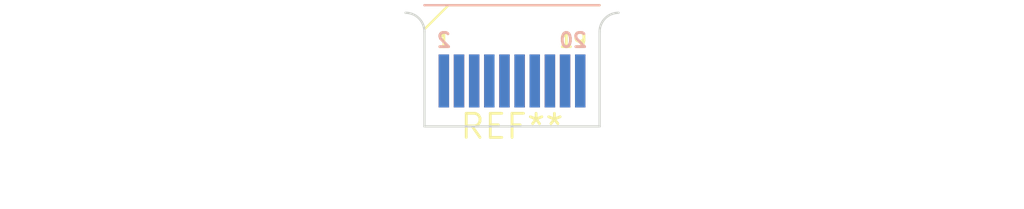
<source format=kicad_pcb>
(kicad_pcb (version 20240108) (generator pcbnew)
  (layers (0 "F.Cu" signal) (31 "B.Cu" signal) (34 "B.Paste" user) (35 "F.Paste" user) (36 "B.SilkS" user "B.Silkscreen") (37 "F.SilkS" user "F.Silkscreen") (38 "B.Mask" user) (39 "F.Mask" user) (44 "Edge.Cuts" user))
  (net 0 "")
  (footprint "Samtec_HSEC8-110-X-X-DV_2x10_P0.8mm_Wing_Edge" (layer "F.Cu") (at 0 0)
    (property "Reference" "REF**")
    (property "Value" "Samtec_HSEC8-110-X-X-DV_2x10_P0.8mm_Wing_Edge")
    (fp_line (start -4.625 -6.4) (end -4.625 -6.4) (layer "B.SilkS") (stroke (width 0.12)))
    (fp_line (start -4.625 -6.4) (end 4.625 -6.4) (layer "B.SilkS") (stroke (width 0.12)))
    (fp_line (start -4.625 -5.13) (end -3.355 -6.4) (layer "F.SilkS") (stroke (width 0.12)))
    (fp_line (start -3.355 -6.4) (end 4.625 -6.4) (layer "F.SilkS") (stroke (width 0.12)))
    (fp_line (start -4.625 -5) (end -4.625 0) (layer "Edge.Cuts") (stroke (width 0.12)))
    (fp_line (start -4.625 0) (end 4.625 0) (layer "Edge.Cuts") (stroke (width 0.12)))
    (fp_line (start 4.625 0) (end 4.625 -5) (layer "Edge.Cuts") (stroke (width 0.12)))
    (fp_arc (start -5.625 -6) (mid -4.917893 -5.707107) (end -4.625 -5) (layer "Edge.Cuts") (stroke (width 0.12)))
    (fp_arc (start 4.625 -5) (mid 4.917893 -5.707107) (end 5.625 -6) (layer "Edge.Cuts") (stroke (width 0.12)))
    (fp_text user "20" (at 3.225 -4.55 0) (layer "B.SilkS") (effects (font (size 0.75 0.75)) (justify mirror)))
    (fp_text user "2" (at -3.6 -4.55 0) (layer "B.SilkS") (effects (font (size 0.75 0.75)) (justify mirror)))
    (fp_text user "19" (at 3.225 -4.55 0) (layer "F.SilkS") (effects (font (size 0.75 0.75))))
    (fp_text user "1" (at -3.6 -4.55 0) (layer "F.SilkS") (effects (font (size 0.75 0.75))))
    (pad "1" connect rect (at -3.6 -2.4) (size 0.55 2.8) (layers "F.Cu" "F.Mask"))
    (pad "2" connect rect (at -3.6 -2.4) (size 0.55 2.8) (layers "B.Cu" "B.Mask"))
    (pad "3" connect rect (at -2.8 -2.4) (size 0.55 2.8) (layers "F.Cu" "F.Mask"))
    (pad "4" connect rect (at -2.8 -2.4) (size 0.55 2.8) (layers "B.Cu" "B.Mask"))
    (pad "5" connect rect (at -2 -2.4) (size 0.55 2.8) (layers "F.Cu" "F.Mask"))
    (pad "6" connect rect (at -2 -2.4) (size 0.55 2.8) (layers "B.Cu" "B.Mask"))
    (pad "7" connect rect (at -1.2 -2.4) (size 0.55 2.8) (layers "F.Cu" "F.Mask"))
    (pad "8" connect rect (at -1.2 -2.4) (size 0.55 2.8) (layers "B.Cu" "B.Mask"))
    (pad "9" connect rect (at -0.4 -2.4) (size 0.55 2.8) (layers "F.Cu" "F.Mask"))
    (pad "10" connect rect (at -0.4 -2.4) (size 0.55 2.8) (layers "B.Cu" "B.Mask"))
    (pad "11" connect rect (at 0.4 -2.4) (size 0.55 2.8) (layers "F.Cu" "F.Mask"))
    (pad "12" connect rect (at 0.4 -2.4) (size 0.55 2.8) (layers "B.Cu" "B.Mask"))
    (pad "13" connect rect (at 1.2 -2.4) (size 0.55 2.8) (layers "F.Cu" "F.Mask"))
    (pad "14" connect rect (at 1.2 -2.4) (size 0.55 2.8) (layers "B.Cu" "B.Mask"))
    (pad "15" connect rect (at 2 -2.4) (size 0.55 2.8) (layers "F.Cu" "F.Mask"))
    (pad "16" connect rect (at 2 -2.4) (size 0.55 2.8) (layers "B.Cu" "B.Mask"))
    (pad "17" connect rect (at 2.8 -2.4) (size 0.55 2.8) (layers "F.Cu" "F.Mask"))
    (pad "18" connect rect (at 2.8 -2.4) (size 0.55 2.8) (layers "B.Cu" "B.Mask"))
    (pad "19" connect rect (at 3.6 -2.4) (size 0.55 2.8) (layers "F.Cu" "F.Mask"))
    (pad "20" connect rect (at 3.6 -2.4) (size 0.55 2.8) (layers "B.Cu" "B.Mask"))
  )
)
</source>
